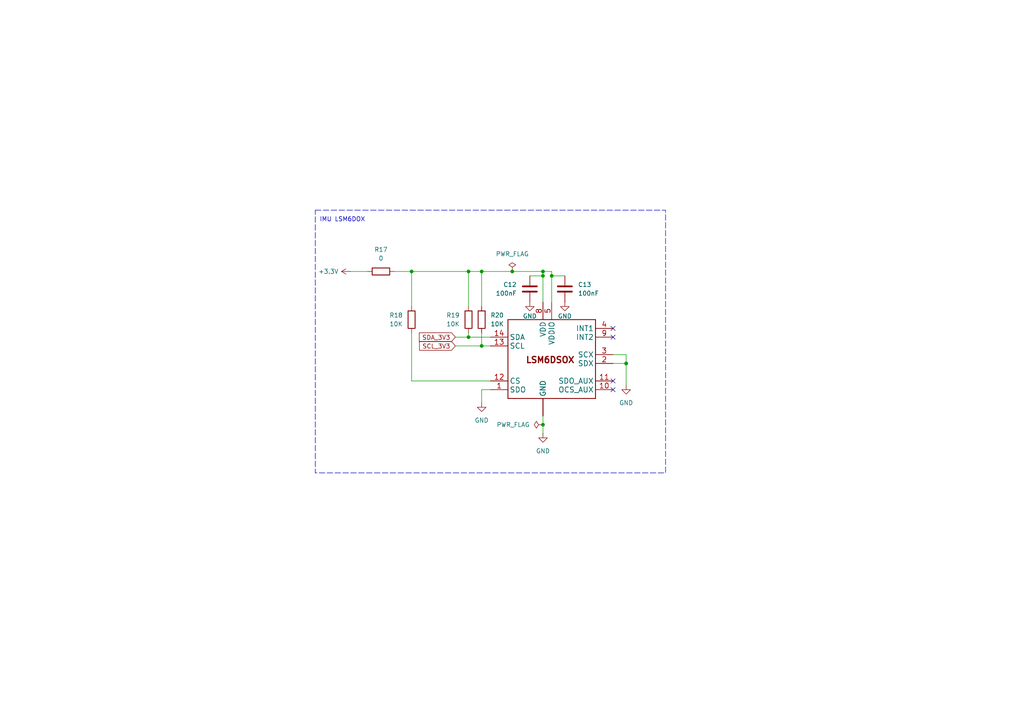
<source format=kicad_sch>
(kicad_sch (version 20250114) (generator "eeschema") (generator_version "9.0")
  (paper "A4")
  (lib_symbols
    (symbol "Adafruit_LSM6DSOX-eagle-import:LSM6DSOX"
      (symbol "LSM6DSOX_1_0"
        (polyline (pts (xy -10.16 10.16) (xy 15.24 10.16)) (stroke (width 0.254)))
        (polyline (pts (xy -10.16 -12.7) (xy -10.16 10.16)) (stroke (width 0.254)))
        (polyline (pts (xy 15.24 10.16) (xy 15.24 -12.7)) (stroke (width 0.254)))
        (polyline (pts (xy 15.24 -12.7) (xy -10.16 -12.7)) (stroke (width 0.254)))
        (text "LSM6DSOX" (at -5.08 -2.54 0) (effects (font (size 1.778 1.778) (thickness 0.3556) (bold yes)) (justify left bottom)))
        (pin bidirectional line (at -15.24 5.08 0) (length 5.08) (name "SDA") (number "14"))
        (pin bidirectional line (at -15.24 2.54 0) (length 5.08) (name "SCL") (number "13"))
        (pin bidirectional line (at -15.24 -7.62 0) (length 5.08) (name "CS") (number "12"))
        (pin passive line (at -15.24 -10.16 0) (length 5.08) (name "SDO") (number "1"))
        (pin power_in line (at 0 15.24 270) (length 5.08) (name "VDD") (number "8"))
        (pin power_in line (at 0 -17.78 90) (length 5.08) (name "GND") (number "6"))
        (pin power_in line (at 0 -17.78 90) (length 5.08) (name "GND") (number "7"))
        (pin power_in line (at 2.54 15.24 270) (length 5.08) (name "VDDIO") (number "5"))
        (pin bidirectional line (at 20.32 7.62 180) (length 5.08) (name "INT1") (number "4"))
        (pin bidirectional line (at 20.32 5.08 180) (length 5.08) (name "INT2") (number "9"))
        (pin passive line (at 20.32 0 180) (length 5.08) (name "SCX") (number "3"))
        (pin passive line (at 20.32 -2.54 180) (length 5.08) (name "SDX") (number "2"))
        (pin bidirectional line (at 20.32 -7.62 180) (length 5.08) (name "SDO_AUX") (number "11"))
        (pin bidirectional line (at 20.32 -10.16 180) (length 5.08) (name "OCS_AUX") (number "10"))
      )
    )
    (symbol "Device:C" (pin_numbers (hide yes)) (pin_names (offset 0.254))
      (property "Reference" "C" (at 0.635 2.54 0))
      (property "Value" "C" (at 0.635 -2.54 0))
      (symbol "C_0_1"
        (polyline (pts (xy -2.032 0.762) (xy 2.032 0.762)) (stroke (width 0.508)))
        (polyline (pts (xy -2.032 -0.762) (xy 2.032 -0.762)) (stroke (width 0.508)))
      )
      (symbol "C_1_1"
        (pin passive line (at 0 3.81 270) (length 2.794) (name "~") (number "1"))
        (pin passive line (at 0 -3.81 90) (length 2.794) (name "~") (number "2"))
      )
    )
    (symbol "Device:R" (pin_numbers (hide yes)) (pin_names (offset 0))
      (property "Reference" "R" (at 2.032 0 90))
      (property "Value" "R" (at 0 0 90))
      (symbol "R_0_1"
        (rectangle (start -1.016 -2.54) (end 1.016 2.54) (stroke (width 0.254)))
      )
      (symbol "R_1_1"
        (pin passive line (at 0 3.81 270) (length 1.27) (name "~") (number "1"))
        (pin passive line (at 0 -3.81 90) (length 1.27) (name "~") (number "2"))
      )
    )
    (symbol "power:+3.3V" (power) (pin_numbers (hide yes)) (pin_names (offset 0) (hide yes))
      (property "Value" "+3.3V" (at 0 3.556 0))
      (symbol "+3.3V_0_1"
        (polyline (pts (xy -0.762 1.27) (xy 0 2.54)))
        (polyline (pts (xy 0 2.54) (xy 0.762 1.27)))
        (polyline (pts (xy 0 0) (xy 0 2.54)))
      )
      (symbol "+3.3V_1_1"
        (pin power_in line (at 0 0 90) (length 0) (name "~") (number "1"))
      )
    )
    (symbol "power:GND" (power) (pin_numbers (hide yes)) (pin_names (offset 0) (hide yes))
      (property "Value" "GND" (at 0 -3.81 0))
      (symbol "GND_0_1"
        (polyline (pts (xy 0 0) (xy 0 -1.27) (xy 1.27 -1.27) (xy 0 -2.54) (xy -1.27 -1.27) (xy 0 -1.27)))
      )
      (symbol "GND_1_1"
        (pin power_in line (at 0 0 270) (length 0) (name "~") (number "1"))
      )
    )
    (symbol "power:PWR_FLAG" (power) (pin_numbers (hide yes)) (pin_names (offset 0) (hide yes))
      (property "Value" "PWR_FLAG" (at 0 3.81 0))
      (symbol "PWR_FLAG_0_0"
        (pin power_out line (at 0 0 90) (length 0) (name "~") (number "1"))
      )
      (symbol "PWR_FLAG_0_1"
        (polyline (pts (xy 0 0) (xy 0 1.27) (xy -1.016 1.905) (xy 0 2.54) (xy 1.016 1.905) (xy 0 1.27)))
      )
    )
  )
  (rectangle (start 91.44 60.96) (end 193.04 137.16) (stroke (width 0) (type dash)))
  (text "IMU LSM6DOX\n" (at 99.314 63.754 0) (effects (font (size 1.27 1.27))))
  (junction (at 160.02 80.01))
  (junction (at 119.38 78.74))
  (junction (at 181.61 105.41))
  (junction (at 157.48 78.74))
  (junction (at 148.59 78.74))
  (junction (at 139.7 78.74))
  (junction (at 139.7 100.33))
  (junction (at 135.89 78.74))
  (junction (at 157.48 123.19))
  (junction (at 135.89 97.79))
  (junction (at 157.48 80.01))
  (no_connect (at 177.8 95.25))
  (no_connect (at 177.8 113.03))
  (no_connect (at 177.8 110.49))
  (no_connect (at 177.8 97.79))
  (wire (pts (xy 135.89 78.74) (xy 135.89 88.9)))
  (wire (pts (xy 177.8 102.87) (xy 181.61 102.87)))
  (wire (pts (xy 139.7 96.52) (xy 139.7 100.33)))
  (wire (pts (xy 135.89 97.79) (xy 142.24 97.79)))
  (wire (pts (xy 119.38 110.49) (xy 142.24 110.49)))
  (wire (pts (xy 135.89 96.52) (xy 135.89 97.79)))
  (wire (pts (xy 148.59 78.74) (xy 157.48 78.74)))
  (wire (pts (xy 139.7 78.74) (xy 139.7 88.9)))
  (wire (pts (xy 181.61 105.41) (xy 181.61 111.76)))
  (wire (pts (xy 132.08 97.79) (xy 135.89 97.79)))
  (wire (pts (xy 157.48 78.74) (xy 157.48 80.01)))
  (wire (pts (xy 160.02 80.01) (xy 160.02 87.63)))
  (wire (pts (xy 160.02 80.01) (xy 163.83 80.01)))
  (wire (pts (xy 139.7 113.03) (xy 139.7 116.84)))
  (wire (pts (xy 135.89 78.74) (xy 139.7 78.74)))
  (wire (pts (xy 157.48 120.65) (xy 157.48 123.19)))
  (wire (pts (xy 157.48 123.19) (xy 157.48 125.73)))
  (wire (pts (xy 132.08 100.33) (xy 139.7 100.33)))
  (wire (pts (xy 114.3 78.74) (xy 119.38 78.74)))
  (wire (pts (xy 142.24 113.03) (xy 139.7 113.03)))
  (wire (pts (xy 139.7 78.74) (xy 148.59 78.74)))
  (wire (pts (xy 157.48 78.74) (xy 160.02 78.74)))
  (wire (pts (xy 119.38 96.52) (xy 119.38 110.49)))
  (wire (pts (xy 119.38 78.74) (xy 135.89 78.74)))
  (wire (pts (xy 119.38 78.74) (xy 119.38 88.9)))
  (wire (pts (xy 153.67 80.01) (xy 157.48 80.01)))
  (wire (pts (xy 157.48 80.01) (xy 157.48 87.63)))
  (wire (pts (xy 177.8 105.41) (xy 181.61 105.41)))
  (wire (pts (xy 160.02 78.74) (xy 160.02 80.01)))
  (wire (pts (xy 101.6 78.74) (xy 106.68 78.74)))
  (wire (pts (xy 181.61 102.87) (xy 181.61 105.41)))
  (wire (pts (xy 139.7 100.33) (xy 142.24 100.33)))
  (global_label "SCL_3V3" (shape input) (at 132.08 100.33 180) (property "Intersheetrefs" "${INTERSHEET_REFS}" (effects (hide yes))))
  (global_label "SDA_3V3" (shape input) (at 132.08 97.79 180) (property "Intersheetrefs" "${INTERSHEET_REFS}" (effects (hide yes))))
  (symbol (lib_id "power:GND") (at 163.83 87.63 0) (unit 1)
    (property "Reference" "#PWR047" (effects (hide yes)))
    (property "Value" "GND" (at 163.83 91.694 0))
    (property "Description" "Power symbol creates a global label with name \"GND\" , ground" (effects (hide yes)))
  )
  (symbol (lib_id "Device:R") (at 119.38 92.71 0) (mirror y) (unit 1)
    (property "Reference" "R18" (at 116.84 91.4399 0) (effects (justify left)))
    (property "Value" "10K" (at 116.84 93.9799 0) (effects (justify left)))
    (property "Footprint" "Resistor_SMD:R_0603_1608Metric_Pad0.98x0.95mm_HandSolder" (effects (hide yes)))
    (property "Description" "Resistor" (effects (hide yes)))
  )
  (symbol (lib_id "Device:R") (at 139.7 92.71 0) (unit 1)
    (property "Reference" "R20" (at 142.24 91.4399 0) (effects (justify left)))
    (property "Value" "10K" (at 142.24 93.9799 0) (effects (justify left)))
    (property "Footprint" "Resistor_SMD:R_0603_1608Metric_Pad0.98x0.95mm_HandSolder" (effects (hide yes)))
    (property "Description" "Resistor" (effects (hide yes)))
  )
  (symbol (lib_id "Device:R") (at 135.89 92.71 0) (mirror y) (unit 1)
    (property "Reference" "R19" (at 133.35 91.4399 0) (effects (justify left)))
    (property "Value" "10K" (at 133.35 93.9799 0) (effects (justify left)))
    (property "Footprint" "Resistor_SMD:R_0603_1608Metric_Pad0.98x0.95mm_HandSolder" (effects (hide yes)))
    (property "Description" "Resistor" (effects (hide yes)))
  )
  (symbol (lib_id "Device:C") (at 163.83 83.82 180) (unit 1)
    (property "Reference" "C13" (at 167.64 82.5499 0) (effects (justify right)))
    (property "Value" "100nF" (at 167.64 85.0899 0) (effects (justify right)))
    (property "Footprint" "Capacitor_SMD:C_0603_1608Metric_Pad1.08x0.95mm_HandSolder" (effects (hide yes)))
    (property "Description" "Unpolarized capacitor" (effects (hide yes)))
  )
  (symbol (lib_id "power:GND") (at 153.67 87.63 0) (unit 1)
    (property "Reference" "#PWR045" (effects (hide yes)))
    (property "Value" "GND" (at 153.67 91.694 0))
    (property "Description" "Power symbol creates a global label with name \"GND\" , ground" (effects (hide yes)))
  )
  (symbol (lib_id "power:PWR_FLAG") (at 148.59 78.74 0) (unit 1)
    (property "Reference" "#FLG04" (effects (hide yes)))
    (property "Value" "PWR_FLAG" (at 148.59 73.66 0))
    (property "Description" "Special symbol for telling ERC where power comes from" (effects (hide yes)))
  )
  (symbol (lib_id "power:+3.3V") (at 101.6 78.74 90) (unit 1)
    (property "Reference" "#PWR043" (effects (hide yes)))
    (property "Value" "+3.3V" (at 95.25 78.74 90))
    (property "Description" "Power symbol creates a global label with name \"+3.3V\"" (effects (hide yes)))
  )
  (symbol (lib_id "power:GND") (at 157.48 125.73 0) (unit 1)
    (property "Reference" "#PWR046" (effects (hide yes)))
    (property "Value" "GND" (at 157.48 130.81 0))
    (property "Description" "Power symbol creates a global label with name \"GND\" , ground" (effects (hide yes)))
  )
  (symbol (lib_id "power:PWR_FLAG") (at 157.48 123.19 90) (unit 1)
    (property "Reference" "#FLG05" (effects (hide yes)))
    (property "Value" "PWR_FLAG" (at 153.67 123.1899 90) (effects (justify left)))
    (property "Description" "Special symbol for telling ERC where power comes from" (effects (hide yes)))
  )
  (symbol (lib_id "power:GND") (at 181.61 111.76 0) (unit 1)
    (property "Reference" "#PWR048" (effects (hide yes)))
    (property "Value" "GND" (at 181.61 116.84 0))
    (property "Description" "Power symbol creates a global label with name \"GND\" , ground" (effects (hide yes)))
  )
  (symbol (lib_id "Device:R") (at 110.49 78.74 270) (unit 1)
    (property "Reference" "R17" (at 110.49 72.39 90))
    (property "Value" "0" (at 110.49 74.93 90))
    (property "Footprint" "Resistor_SMD:R_0603_1608Metric_Pad0.98x0.95mm_HandSolder" (effects (hide yes)))
    (property "Description" "Resistor" (effects (hide yes)))
  )
  (symbol (lib_id "Device:C") (at 153.67 83.82 0) (mirror x) (unit 1)
    (property "Reference" "C12" (at 149.86 82.5499 0) (effects (justify right)))
    (property "Value" "100nF" (at 149.86 85.0899 0) (effects (justify right)))
    (property "Footprint" "Capacitor_SMD:C_0603_1608Metric_Pad1.08x0.95mm_HandSolder" (effects (hide yes)))
    (property "Description" "Unpolarized capacitor" (effects (hide yes)))
  )
  (symbol (lib_id "Adafruit_LSM6DSOX-eagle-import:LSM6DSOX") (at 157.48 102.87 0) (unit 1)
    (property "Reference" "U$1" (effects (hide yes)))
    (property "Value" "LSM6DSOX" (effects (hide yes)))
    (property "Footprint" "Package_LGA:LGA-14_3x2.5mm_P0.5mm_LayoutBorder3x4y" (effects (hide yes)))
  )
  (symbol (lib_id "power:GND") (at 139.7 116.84 0) (unit 1)
    (property "Reference" "#PWR044" (effects (hide yes)))
    (property "Value" "GND" (at 139.7 121.92 0))
    (property "Description" "Power symbol creates a global label with name \"GND\" , ground" (effects (hide yes)))
  )
)
</source>
